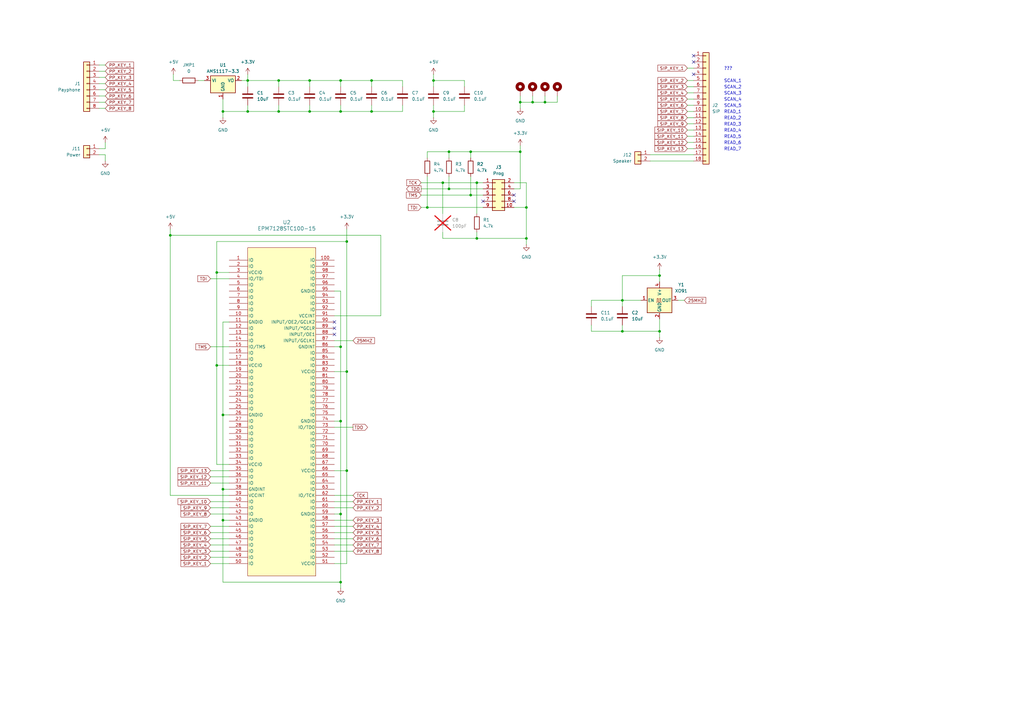
<source format=kicad_sch>
(kicad_sch (version 20250114) (generator "eeschema") (generator_version "9.0")
  (paper "A3")
  (lib_symbols
    (symbol "Connector_Generic:Conn_01x02" (pin_names (offset 1.016) (hide yes))
      (property "Reference" "J" (at 0 2.54 0))
      (property "Value" "Conn_01x02" (at 0 -5.08 0))
      (symbol "Conn_01x02_1_1"
        (rectangle (start -1.27 1.27) (end 1.27 -3.81) (stroke (width 0.254)) (fill (type background)))
        (rectangle (start -1.27 0.127) (end 0 -0.127) (stroke (width 0.1524)))
        (rectangle (start -1.27 -2.413) (end 0 -2.667) (stroke (width 0.1524)))
        (pin passive line (at -5.08 0 0) (length 3.81) (name "Pin_1") (number "1"))
        (pin passive line (at -5.08 -2.54 0) (length 3.81) (name "Pin_2") (number "2"))
      )
    )
    (symbol "Connector_Generic:Conn_01x08" (pin_names (offset 1.016) (hide yes))
      (property "Reference" "J" (at 0 10.16 0))
      (property "Value" "Conn_01x08" (at 0 -12.7 0))
      (symbol "Conn_01x08_1_1"
        (rectangle (start -1.27 8.89) (end 1.27 -11.43) (stroke (width 0.254)) (fill (type background)))
        (rectangle (start -1.27 7.747) (end 0 7.493) (stroke (width 0.1524)))
        (rectangle (start -1.27 5.207) (end 0 4.953) (stroke (width 0.1524)))
        (rectangle (start -1.27 2.667) (end 0 2.413) (stroke (width 0.1524)))
        (rectangle (start -1.27 0.127) (end 0 -0.127) (stroke (width 0.1524)))
        (rectangle (start -1.27 -2.413) (end 0 -2.667) (stroke (width 0.1524)))
        (rectangle (start -1.27 -4.953) (end 0 -5.207) (stroke (width 0.1524)))
        (rectangle (start -1.27 -7.493) (end 0 -7.747) (stroke (width 0.1524)))
        (rectangle (start -1.27 -10.033) (end 0 -10.287) (stroke (width 0.1524)))
        (pin passive line (at -5.08 7.62 0) (length 3.81) (name "Pin_1") (number "1"))
        (pin passive line (at -5.08 5.08 0) (length 3.81) (name "Pin_2") (number "2"))
        (pin passive line (at -5.08 2.54 0) (length 3.81) (name "Pin_3") (number "3"))
        (pin passive line (at -5.08 0 0) (length 3.81) (name "Pin_4") (number "4"))
        (pin passive line (at -5.08 -2.54 0) (length 3.81) (name "Pin_5") (number "5"))
        (pin passive line (at -5.08 -5.08 0) (length 3.81) (name "Pin_6") (number "6"))
        (pin passive line (at -5.08 -7.62 0) (length 3.81) (name "Pin_7") (number "7"))
        (pin passive line (at -5.08 -10.16 0) (length 3.81) (name "Pin_8") (number "8"))
      )
    )
    (symbol "Connector_Generic:Conn_01x18" (pin_names (offset 1.016) (hide yes))
      (property "Reference" "J" (at 0 22.86 0))
      (property "Value" "Conn_01x18" (at 0 -25.4 0))
      (symbol "Conn_01x18_1_1"
        (rectangle (start -1.27 21.59) (end 1.27 -24.13) (stroke (width 0.254)) (fill (type background)))
        (rectangle (start -1.27 20.447) (end 0 20.193) (stroke (width 0.1524)))
        (rectangle (start -1.27 17.907) (end 0 17.653) (stroke (width 0.1524)))
        (rectangle (start -1.27 15.367) (end 0 15.113) (stroke (width 0.1524)))
        (rectangle (start -1.27 12.827) (end 0 12.573) (stroke (width 0.1524)))
        (rectangle (start -1.27 10.287) (end 0 10.033) (stroke (width 0.1524)))
        (rectangle (start -1.27 7.747) (end 0 7.493) (stroke (width 0.1524)))
        (rectangle (start -1.27 5.207) (end 0 4.953) (stroke (width 0.1524)))
        (rectangle (start -1.27 2.667) (end 0 2.413) (stroke (width 0.1524)))
        (rectangle (start -1.27 0.127) (end 0 -0.127) (stroke (width 0.1524)))
        (rectangle (start -1.27 -2.413) (end 0 -2.667) (stroke (width 0.1524)))
        (rectangle (start -1.27 -4.953) (end 0 -5.207) (stroke (width 0.1524)))
        (rectangle (start -1.27 -7.493) (end 0 -7.747) (stroke (width 0.1524)))
        (rectangle (start -1.27 -10.033) (end 0 -10.287) (stroke (width 0.1524)))
        (rectangle (start -1.27 -12.573) (end 0 -12.827) (stroke (width 0.1524)))
        (rectangle (start -1.27 -15.113) (end 0 -15.367) (stroke (width 0.1524)))
        (rectangle (start -1.27 -17.653) (end 0 -17.907) (stroke (width 0.1524)))
        (rectangle (start -1.27 -20.193) (end 0 -20.447) (stroke (width 0.1524)))
        (rectangle (start -1.27 -22.733) (end 0 -22.987) (stroke (width 0.1524)))
        (pin passive line (at -5.08 20.32 0) (length 3.81) (name "Pin_1") (number "1"))
        (pin passive line (at -5.08 17.78 0) (length 3.81) (name "Pin_2") (number "2"))
        (pin passive line (at -5.08 15.24 0) (length 3.81) (name "Pin_3") (number "3"))
        (pin passive line (at -5.08 12.7 0) (length 3.81) (name "Pin_4") (number "4"))
        (pin passive line (at -5.08 10.16 0) (length 3.81) (name "Pin_5") (number "5"))
        (pin passive line (at -5.08 7.62 0) (length 3.81) (name "Pin_6") (number "6"))
        (pin passive line (at -5.08 5.08 0) (length 3.81) (name "Pin_7") (number "7"))
        (pin passive line (at -5.08 2.54 0) (length 3.81) (name "Pin_8") (number "8"))
        (pin passive line (at -5.08 0 0) (length 3.81) (name "Pin_9") (number "9"))
        (pin passive line (at -5.08 -2.54 0) (length 3.81) (name "Pin_10") (number "10"))
        (pin passive line (at -5.08 -5.08 0) (length 3.81) (name "Pin_11") (number "11"))
        (pin passive line (at -5.08 -7.62 0) (length 3.81) (name "Pin_12") (number "12"))
        (pin passive line (at -5.08 -10.16 0) (length 3.81) (name "Pin_13") (number "13"))
        (pin passive line (at -5.08 -12.7 0) (length 3.81) (name "Pin_14") (number "14"))
        (pin passive line (at -5.08 -15.24 0) (length 3.81) (name "Pin_15") (number "15"))
        (pin passive line (at -5.08 -17.78 0) (length 3.81) (name "Pin_16") (number "16"))
        (pin passive line (at -5.08 -20.32 0) (length 3.81) (name "Pin_17") (number "17"))
        (pin passive line (at -5.08 -22.86 0) (length 3.81) (name "Pin_18") (number "18"))
      )
    )
    (symbol "Connector_Generic:Conn_02x05_Odd_Even" (pin_names (offset 1.016) (hide yes))
      (property "Reference" "J" (at 1.27 7.62 0))
      (property "Value" "Conn_02x05_Odd_Even" (at 1.27 -7.62 0))
      (symbol "Conn_02x05_Odd_Even_1_1"
        (rectangle (start -1.27 6.35) (end 3.81 -6.35) (stroke (width 0.254)) (fill (type background)))
        (rectangle (start -1.27 5.207) (end 0 4.953) (stroke (width 0.1524)))
        (rectangle (start -1.27 2.667) (end 0 2.413) (stroke (width 0.1524)))
        (rectangle (start -1.27 0.127) (end 0 -0.127) (stroke (width 0.1524)))
        (rectangle (start -1.27 -2.413) (end 0 -2.667) (stroke (width 0.1524)))
        (rectangle (start -1.27 -4.953) (end 0 -5.207) (stroke (width 0.1524)))
        (rectangle (start 3.81 5.207) (end 2.54 4.953) (stroke (width 0.1524)))
        (rectangle (start 3.81 2.667) (end 2.54 2.413) (stroke (width 0.1524)))
        (rectangle (start 3.81 0.127) (end 2.54 -0.127) (stroke (width 0.1524)))
        (rectangle (start 3.81 -2.413) (end 2.54 -2.667) (stroke (width 0.1524)))
        (rectangle (start 3.81 -4.953) (end 2.54 -5.207) (stroke (width 0.1524)))
        (pin passive line (at -5.08 5.08 0) (length 3.81) (name "Pin_1") (number "1"))
        (pin passive line (at -5.08 2.54 0) (length 3.81) (name "Pin_3") (number "3"))
        (pin passive line (at -5.08 0 0) (length 3.81) (name "Pin_5") (number "5"))
        (pin passive line (at -5.08 -2.54 0) (length 3.81) (name "Pin_7") (number "7"))
        (pin passive line (at -5.08 -5.08 0) (length 3.81) (name "Pin_9") (number "9"))
        (pin passive line (at 7.62 5.08 180) (length 3.81) (name "Pin_2") (number "2"))
        (pin passive line (at 7.62 2.54 180) (length 3.81) (name "Pin_4") (number "4"))
        (pin passive line (at 7.62 0 180) (length 3.81) (name "Pin_6") (number "6"))
        (pin passive line (at 7.62 -2.54 180) (length 3.81) (name "Pin_8") (number "8"))
        (pin passive line (at 7.62 -5.08 180) (length 3.81) (name "Pin_10") (number "10"))
      )
    )
    (symbol "Device:C" (pin_numbers (hide yes)) (pin_names (offset 0.254))
      (property "Reference" "C" (at 0.635 2.54 0))
      (property "Value" "C" (at 0.635 -2.54 0))
      (symbol "C_0_1"
        (polyline (pts (xy -2.032 0.762) (xy 2.032 0.762)) (stroke (width 0.508)))
        (polyline (pts (xy -2.032 -0.762) (xy 2.032 -0.762)) (stroke (width 0.508)))
      )
      (symbol "C_1_1"
        (pin passive line (at 0 3.81 270) (length 2.794) (name "~") (number "1"))
        (pin passive line (at 0 -3.81 90) (length 2.794) (name "~") (number "2"))
      )
    )
    (symbol "Device:R" (pin_numbers (hide yes)) (pin_names (offset 0))
      (property "Reference" "R" (at 2.032 0 90))
      (property "Value" "R" (at 0 0 90))
      (symbol "R_0_1"
        (rectangle (start -1.016 -2.54) (end 1.016 2.54) (stroke (width 0.254)))
      )
      (symbol "R_1_1"
        (pin passive line (at 0 3.81 270) (length 1.27) (name "~") (number "1"))
        (pin passive line (at 0 -3.81 90) (length 1.27) (name "~") (number "2"))
      )
    )
    (symbol "EPM7128STC100:EPM7128STC100-15" (pin_names (offset 0.254))
      (property "Reference" "U" (at 22.098 9.906 0))
      (property "Value" "EPM7128STC100-15" (at 22.098 7.366 0))
      (symbol "EPM7128STC100-15_0_1"
        (pin tri_state line (at 0 0 0) (length 7.62) (name "IO") (number "1"))
        (pin tri_state line (at 0 -2.54 0) (length 7.62) (name "IO") (number "2"))
        (pin power_in line (at 0 -5.08 0) (length 7.62) (name "VCCIO") (number "3"))
        (pin tri_state line (at 0 -7.62 0) (length 7.62) (name "IO/TDI") (number "4"))
        (pin tri_state line (at 0 -10.16 0) (length 7.62) (name "IO") (number "5"))
        (pin tri_state line (at 0 -12.7 0) (length 7.62) (name "IO") (number "6"))
        (pin tri_state line (at 0 -15.24 0) (length 7.62) (name "IO") (number "7"))
        (pin tri_state line (at 0 -17.78 0) (length 7.62) (name "IO") (number "8"))
        (pin tri_state line (at 0 -20.32 0) (length 7.62) (name "IO") (number "9"))
        (pin tri_state line (at 0 -22.86 0) (length 7.62) (name "IO") (number "10"))
        (pin power_in line (at 0 -25.4 0) (length 7.62) (name "GNDIO") (number "11"))
        (pin tri_state line (at 0 -27.94 0) (length 7.62) (name "IO") (number "12"))
        (pin tri_state line (at 0 -30.48 0) (length 7.62) (name "IO") (number "13"))
        (pin tri_state line (at 0 -33.02 0) (length 7.62) (name "IO") (number "14"))
        (pin tri_state line (at 0 -35.56 0) (length 7.62) (name "IO/TMS") (number "15"))
        (pin tri_state line (at 0 -38.1 0) (length 7.62) (name "IO") (number "16"))
        (pin tri_state line (at 0 -40.64 0) (length 7.62) (name "IO") (number "17"))
        (pin power_in line (at 0 -43.18 0) (length 7.62) (name "VCCIO") (number "18"))
        (pin tri_state line (at 0 -45.72 0) (length 7.62) (name "IO") (number "19"))
        (pin tri_state line (at 0 -48.26 0) (length 7.62) (name "IO") (number "20"))
        (pin tri_state line (at 0 -50.8 0) (length 7.62) (name "IO") (number "21"))
        (pin tri_state line (at 0 -53.34 0) (length 7.62) (name "IO") (number "22"))
        (pin tri_state line (at 0 -55.88 0) (length 7.62) (name "IO") (number "23"))
        (pin tri_state line (at 0 -58.42 0) (length 7.62) (name "IO") (number "24"))
        (pin tri_state line (at 0 -60.96 0) (length 7.62) (name "IO") (number "25"))
        (pin power_in line (at 0 -63.5 0) (length 7.62) (name "GNDIO") (number "26"))
        (pin tri_state line (at 0 -66.04 0) (length 7.62) (name "IO") (number "27"))
        (pin tri_state line (at 0 -68.58 0) (length 7.62) (name "IO") (number "28"))
        (pin tri_state line (at 0 -71.12 0) (length 7.62) (name "IO") (number "29"))
        (pin tri_state line (at 0 -73.66 0) (length 7.62) (name "IO") (number "30"))
        (pin tri_state line (at 0 -76.2 0) (length 7.62) (name "IO") (number "31"))
        (pin tri_state line (at 0 -78.74 0) (length 7.62) (name "IO") (number "32"))
        (pin tri_state line (at 0 -81.28 0) (length 7.62) (name "IO") (number "33"))
        (pin power_in line (at 0 -83.82 0) (length 7.62) (name "VCCIO") (number "34"))
        (pin tri_state line (at 0 -86.36 0) (length 7.62) (name "IO") (number "35"))
        (pin tri_state line (at 0 -88.9 0) (length 7.62) (name "IO") (number "36"))
        (pin tri_state line (at 0 -91.44 0) (length 7.62) (name "IO") (number "37"))
        (pin power_in line (at 0 -93.98 0) (length 7.62) (name "GNDINT") (number "38"))
        (pin power_in line (at 0 -96.52 0) (length 7.62) (name "VCCINT") (number "39"))
        (pin tri_state line (at 0 -99.06 0) (length 7.62) (name "IO") (number "40"))
        (pin tri_state line (at 0 -101.6 0) (length 7.62) (name "IO") (number "41"))
        (pin tri_state line (at 0 -104.14 0) (length 7.62) (name "IO") (number "42"))
        (pin power_in line (at 0 -106.68 0) (length 7.62) (name "GNDIO") (number "43"))
        (pin tri_state line (at 0 -109.22 0) (length 7.62) (name "IO") (number "44"))
        (pin tri_state line (at 0 -111.76 0) (length 7.62) (name "IO") (number "45"))
        (pin tri_state line (at 0 -114.3 0) (length 7.62) (name "IO") (number "46"))
        (pin tri_state line (at 0 -116.84 0) (length 7.62) (name "IO") (number "47"))
        (pin tri_state line (at 0 -119.38 0) (length 7.62) (name "IO") (number "48"))
        (pin tri_state line (at 0 -121.92 0) (length 7.62) (name "IO") (number "49"))
        (pin tri_state line (at 0 -124.46 0) (length 7.62) (name "IO") (number "50"))
        (pin tri_state line (at 43.18 0 180) (length 7.62) (name "IO") (number "100"))
        (pin tri_state line (at 43.18 -2.54 180) (length 7.62) (name "IO") (number "99"))
        (pin tri_state line (at 43.18 -5.08 180) (length 7.62) (name "IO") (number "98"))
        (pin tri_state line (at 43.18 -7.62 180) (length 7.62) (name "IO") (number "97"))
        (pin tri_state line (at 43.18 -10.16 180) (length 7.62) (name "IO") (number "96"))
        (pin power_in line (at 43.18 -12.7 180) (length 7.62) (name "GNDIO") (number "95"))
        (pin tri_state line (at 43.18 -15.24 180) (length 7.62) (name "IO") (number "94"))
        (pin tri_state line (at 43.18 -17.78 180) (length 7.62) (name "IO") (number "93"))
        (pin tri_state line (at 43.18 -20.32 180) (length 7.62) (name "IO") (number "92"))
        (pin power_in line (at 43.18 -22.86 180) (length 7.62) (name "VCCINT") (number "91"))
        (pin input line (at 43.18 -25.4 180) (length 7.62) (name "INPUT/OE2/GCLK2") (number "90"))
        (pin input line (at 43.18 -27.94 180) (length 7.62) (name "INPUT/*GCLR") (number "89"))
        (pin input line (at 43.18 -30.48 180) (length 7.62) (name "INPUT/OE1") (number "88"))
        (pin input line (at 43.18 -33.02 180) (length 7.62) (name "INPUT/GCLK1") (number "87"))
        (pin power_in line (at 43.18 -35.56 180) (length 7.62) (name "GNDINT") (number "86"))
        (pin tri_state line (at 43.18 -38.1 180) (length 7.62) (name "IO") (number "85"))
        (pin tri_state line (at 43.18 -40.64 180) (length 7.62) (name "IO") (number "84"))
        (pin tri_state line (at 43.18 -43.18 180) (length 7.62) (name "IO") (number "83"))
        (pin power_in line (at 43.18 -45.72 180) (length 7.62) (name "VCCIO") (number "82"))
        (pin tri_state line (at 43.18 -48.26 180) (length 7.62) (name "IO") (number "81"))
        (pin tri_state line (at 43.18 -50.8 180) (length 7.62) (name "IO") (number "80"))
        (pin tri_state line (at 43.18 -53.34 180) (length 7.62) (name "IO") (number "79"))
        (pin tri_state line (at 43.18 -55.88 180) (length 7.62) (name "IO") (number "78"))
        (pin tri_state line (at 43.18 -58.42 180) (length 7.62) (name "IO") (number "77"))
        (pin tri_state line (at 43.18 -60.96 180) (length 7.62) (name "IO") (number "76"))
        (pin tri_state line (at 43.18 -63.5 180) (length 7.62) (name "IO") (number "75"))
        (pin power_in line (at 43.18 -66.04 180) (length 7.62) (name "GNDIO") (number "74"))
        (pin tri_state line (at 43.18 -68.58 180) (length 7.62) (name "IO/TDO") (number "73"))
        (pin tri_state line (at 43.18 -71.12 180) (length 7.62) (name "IO") (number "72"))
        (pin tri_state line (at 43.18 -73.66 180) (length 7.62) (name "IO") (number "71"))
        (pin tri_state line (at 43.18 -76.2 180) (length 7.62) (name "IO") (number "70"))
        (pin tri_state line (at 43.18 -78.74 180) (length 7.62) (name "IO") (number "69"))
        (pin tri_state line (at 43.18 -81.28 180) (length 7.62) (name "IO") (number "68"))
        (pin tri_state line (at 43.18 -83.82 180) (length 7.62) (name "IO") (number "67"))
        (pin power_in line (at 43.18 -86.36 180) (length 7.62) (name "VCCIO") (number "66"))
        (pin tri_state line (at 43.18 -88.9 180) (length 7.62) (name "IO") (number "65"))
        (pin tri_state line (at 43.18 -91.44 180) (length 7.62) (name "IO") (number "64"))
        (pin tri_state line (at 43.18 -93.98 180) (length 7.62) (name "IO") (number "63"))
        (pin tri_state line (at 43.18 -96.52 180) (length 7.62) (name "IO/TCK") (number "62"))
        (pin tri_state line (at 43.18 -99.06 180) (length 7.62) (name "IO") (number "61"))
        (pin tri_state line (at 43.18 -101.6 180) (length 7.62) (name "IO") (number "60"))
        (pin power_in line (at 43.18 -104.14 180) (length 7.62) (name "GNDIO") (number "59"))
        (pin tri_state line (at 43.18 -106.68 180) (length 7.62) (name "IO") (number "58"))
        (pin tri_state line (at 43.18 -109.22 180) (length 7.62) (name "IO") (number "57"))
        (pin tri_state line (at 43.18 -111.76 180) (length 7.62) (name "IO") (number "56"))
        (pin tri_state line (at 43.18 -114.3 180) (length 7.62) (name "IO") (number "55"))
        (pin tri_state line (at 43.18 -116.84 180) (length 7.62) (name "IO") (number "54"))
        (pin tri_state line (at 43.18 -119.38 180) (length 7.62) (name "IO") (number "53"))
        (pin tri_state line (at 43.18 -121.92 180) (length 7.62) (name "IO") (number "52"))
        (pin power_in line (at 43.18 -124.46 180) (length 7.62) (name "VCCIO") (number "51"))
      )
      (symbol "EPM7128STC100-15_1_1"
        (rectangle (start 7.62 5.08) (end 35.56 -129.54) (fill (type background)))
      )
    )
    (symbol "Mechanical:MountingHole_Pad" (pin_numbers (hide yes)) (pin_names (offset 1.016) (hide yes)) (exclude_from_sim yes) (in_bom no)
      (property "Reference" "H" (at 0 6.35 0))
      (property "Value" "MountingHole_Pad" (at 0 4.445 0))
      (symbol "MountingHole_Pad_0_1"
        (circle (center 0 1.27) (radius 1.27) (stroke (width 1.27)))
      )
      (symbol "MountingHole_Pad_1_1"
        (pin input line (at 0 -2.54 90) (length 2.54) (name "1") (number "1"))
      )
    )
    (symbol "Oscillator:XO91" (pin_names (offset 0.254))
      (property "Reference" "Y" (at -5.08 6.35 0))
      (property "Value" "XO91" (at 1.27 -6.35 0))
      (symbol "XO91_0_1"
        (rectangle (start -5.08 5.08) (end 5.08 -5.08) (stroke (width 0.254)) (fill (type background)))
        (polyline (pts (xy 0.762 -0.762) (xy 0.508 -0.762) (xy 0.508 0.762) (xy 0 0.762) (xy 0 -0.762) (xy -0.508 -0.762) (xy -0.508 0.762) (xy -1.016 0.762) (xy -1.016 -0.762) (xy -1.27 -0.762)))
      )
      (symbol "XO91_1_1"
        (pin input line (at -7.62 0 0) (length 2.54) (name "EN") (number "1"))
        (pin power_in line (at 0 7.62 270) (length 2.54) (name "V+") (number "4"))
        (pin power_in line (at 0 -7.62 90) (length 2.54) (name "GND") (number "2"))
        (pin output line (at 7.62 0 180) (length 2.54) (name "OUT") (number "3"))
      )
    )
    (symbol "Regulator_Linear:AMS1117-3.3"
      (property "Reference" "U" (at -3.81 3.175 0))
      (property "Value" "AMS1117-3.3" (at 0 3.175 0))
      (symbol "AMS1117-3.3_0_1"
        (rectangle (start -5.08 -5.08) (end 5.08 1.905) (stroke (width 0.254)) (fill (type background)))
      )
      (symbol "AMS1117-3.3_1_1"
        (pin power_in line (at -7.62 0 0) (length 2.54) (name "VI") (number "3"))
        (pin power_in line (at 0 -7.62 90) (length 2.54) (name "GND") (number "1"))
        (pin power_out line (at 7.62 0 180) (length 2.54) (name "VO") (number "2"))
      )
    )
    (symbol "power:+3.3V" (power) (pin_numbers (hide yes)) (pin_names (offset 0) (hide yes))
      (property "Value" "+3.3V" (at 0 3.556 0))
      (symbol "+3.3V_0_1"
        (polyline (pts (xy -0.762 1.27) (xy 0 2.54)))
        (polyline (pts (xy 0 2.54) (xy 0.762 1.27)))
        (polyline (pts (xy 0 0) (xy 0 2.54)))
      )
      (symbol "+3.3V_1_1"
        (pin power_in line (at 0 0 90) (length 0) (name "~") (number "1"))
      )
    )
    (symbol "power:+5V" (power) (pin_numbers (hide yes)) (pin_names (offset 0) (hide yes))
      (property "Value" "+5V" (at 0 3.556 0))
      (symbol "+5V_0_1"
        (polyline (pts (xy -0.762 1.27) (xy 0 2.54)))
        (polyline (pts (xy 0 2.54) (xy 0.762 1.27)))
        (polyline (pts (xy 0 0) (xy 0 2.54)))
      )
      (symbol "+5V_1_1"
        (pin power_in line (at 0 0 90) (length 0) (name "~") (number "1"))
      )
    )
    (symbol "power:GND" (power) (pin_numbers (hide yes)) (pin_names (offset 0) (hide yes))
      (property "Value" "GND" (at 0 -3.81 0))
      (symbol "GND_0_1"
        (polyline (pts (xy 0 0) (xy 0 -1.27) (xy 1.27 -1.27) (xy 0 -2.54) (xy -1.27 -1.27) (xy 0 -1.27)))
      )
      (symbol "GND_1_1"
        (pin power_in line (at 0 0 270) (length 0) (name "~") (number "1"))
      )
    )
  )
  (text "SCAN_2" (at 296.926 35.814 0) (effects (font (size 1.27 1.27)) (justify left)))
  (text "SCAN_3" (at 296.926 38.354 0) (effects (font (size 1.27 1.27)) (justify left)))
  (text "READ_2" (at 296.926 48.514 0) (effects (font (size 1.27 1.27)) (justify left)))
  (text "READ_3" (at 296.926 51.054 0) (effects (font (size 1.27 1.27)) (justify left)))
  (text "READ_6" (at 296.926 58.674 0) (effects (font (size 1.27 1.27)) (justify left)))
  (text "SCAN_4" (at 296.926 40.894 0) (effects (font (size 1.27 1.27)) (justify left)))
  (text "READ_5" (at 296.926 56.134 0) (effects (font (size 1.27 1.27)) (justify left)))
  (text "SCAN_1" (at 296.926 33.274 0) (effects (font (size 1.27 1.27)) (justify left)))
  (text "READ_4" (at 296.926 53.594 0) (effects (font (size 1.27 1.27)) (justify left)))
  (text "SCAN_5" (at 296.926 43.434 0) (effects (font (size 1.27 1.27)) (justify left)))
  (text "READ_7" (at 296.926 61.214 0) (effects (font (size 1.27 1.27)) (justify left)))
  (text "READ_1" (at 296.926 45.974 0) (effects (font (size 1.27 1.27)) (justify left)))
  (text "???" (at 296.926 28.194 0) (effects (font (size 1.27 1.27)) (justify left)))
  (junction (at 69.85 96.52))
  (junction (at 270.51 135.89))
  (junction (at 91.44 200.66))
  (junction (at 139.7 238.76))
  (junction (at 152.4 33.02))
  (junction (at 195.58 74.93))
  (junction (at 127 45.72))
  (junction (at 139.7 33.02))
  (junction (at 139.7 142.24))
  (junction (at 177.8 45.72))
  (junction (at 101.6 45.72))
  (junction (at 114.3 45.72))
  (junction (at 101.6 33.02))
  (junction (at 181.61 74.93))
  (junction (at 139.7 45.72))
  (junction (at 218.44 41.91))
  (junction (at 184.15 77.47))
  (junction (at 88.9 149.86))
  (junction (at 215.9 85.09))
  (junction (at 193.04 62.23))
  (junction (at 88.9 111.76))
  (junction (at 255.27 123.19))
  (junction (at 127 33.02))
  (junction (at 177.8 33.02))
  (junction (at 91.44 170.18))
  (junction (at 193.04 80.01))
  (junction (at 184.15 62.23))
  (junction (at 91.44 45.72))
  (junction (at 142.24 99.06))
  (junction (at 114.3 33.02))
  (junction (at 139.7 210.82))
  (junction (at 223.52 41.91))
  (junction (at 142.24 152.4))
  (junction (at 270.51 113.03))
  (junction (at 139.7 172.72))
  (junction (at 213.36 41.91))
  (junction (at 213.36 62.23))
  (junction (at 142.24 193.04))
  (junction (at 195.58 97.79))
  (junction (at 255.27 135.89))
  (junction (at 152.4 45.72))
  (junction (at 215.9 97.79))
  (junction (at 175.26 85.09))
  (junction (at 91.44 213.36))
  (no_connect (at 137.16 137.16))
  (no_connect (at 198.12 82.55))
  (no_connect (at 284.48 22.86))
  (no_connect (at 210.82 82.55))
  (no_connect (at 137.16 134.62))
  (no_connect (at 284.48 25.4))
  (no_connect (at 210.82 80.01))
  (no_connect (at 137.16 132.08))
  (no_connect (at 284.48 30.48))
  (wire (pts (xy 86.36 193.04) (xy 93.98 193.04)))
  (wire (pts (xy 213.36 59.69) (xy 213.36 62.23)))
  (wire (pts (xy 193.04 80.01) (xy 198.12 80.01)))
  (wire (pts (xy 88.9 111.76) (xy 93.98 111.76)))
  (wire (pts (xy 91.44 213.36) (xy 91.44 238.76)))
  (wire (pts (xy 172.72 74.93) (xy 181.61 74.93)))
  (wire (pts (xy 175.26 62.23) (xy 175.26 64.77)))
  (wire (pts (xy 172.72 77.47) (xy 184.15 77.47)))
  (wire (pts (xy 137.16 152.4) (xy 142.24 152.4)))
  (wire (pts (xy 101.6 35.56) (xy 101.6 33.02)))
  (wire (pts (xy 213.36 41.91) (xy 213.36 39.37)))
  (wire (pts (xy 137.16 220.98) (xy 144.78 220.98)))
  (wire (pts (xy 127 33.02) (xy 127 35.56)))
  (wire (pts (xy 172.72 80.01) (xy 193.04 80.01)))
  (wire (pts (xy 139.7 210.82) (xy 139.7 238.76)))
  (wire (pts (xy 195.58 95.25) (xy 195.58 97.79)))
  (wire (pts (xy 281.94 33.02) (xy 284.48 33.02)))
  (wire (pts (xy 266.7 66.04) (xy 284.48 66.04)))
  (wire (pts (xy 101.6 33.02) (xy 114.3 33.02)))
  (wire (pts (xy 255.27 123.19) (xy 255.27 125.73)))
  (wire (pts (xy 156.21 129.54) (xy 137.16 129.54)))
  (wire (pts (xy 152.4 45.72) (xy 139.7 45.72)))
  (wire (pts (xy 190.5 33.02) (xy 190.5 35.56)))
  (wire (pts (xy 139.7 45.72) (xy 139.7 43.18)))
  (wire (pts (xy 86.36 142.24) (xy 93.98 142.24)))
  (wire (pts (xy 281.94 45.72) (xy 284.48 45.72)))
  (wire (pts (xy 91.44 238.76) (xy 139.7 238.76)))
  (wire (pts (xy 114.3 45.72) (xy 114.3 43.18)))
  (wire (pts (xy 184.15 62.23) (xy 184.15 64.77)))
  (wire (pts (xy 40.64 34.29) (xy 43.18 34.29)))
  (wire (pts (xy 165.1 33.02) (xy 165.1 35.56)))
  (wire (pts (xy 281.94 55.88) (xy 284.48 55.88)))
  (wire (pts (xy 137.16 172.72) (xy 139.7 172.72)))
  (wire (pts (xy 43.18 63.5) (xy 43.18 66.04)))
  (wire (pts (xy 193.04 62.23) (xy 213.36 62.23)))
  (wire (pts (xy 181.61 95.25) (xy 181.61 97.79)))
  (wire (pts (xy 142.24 93.98) (xy 142.24 99.06)))
  (wire (pts (xy 142.24 193.04) (xy 137.16 193.04)))
  (wire (pts (xy 210.82 74.93) (xy 215.9 74.93)))
  (wire (pts (xy 255.27 135.89) (xy 270.51 135.89)))
  (wire (pts (xy 215.9 97.79) (xy 215.9 100.33)))
  (wire (pts (xy 40.64 39.37) (xy 43.18 39.37)))
  (wire (pts (xy 262.89 123.19) (xy 255.27 123.19)))
  (wire (pts (xy 281.94 38.1) (xy 284.48 38.1)))
  (wire (pts (xy 69.85 93.98) (xy 69.85 96.52)))
  (wire (pts (xy 177.8 30.48) (xy 177.8 33.02)))
  (wire (pts (xy 40.64 36.83) (xy 43.18 36.83)))
  (wire (pts (xy 139.7 238.76) (xy 139.7 241.3)))
  (wire (pts (xy 101.6 30.48) (xy 101.6 33.02)))
  (wire (pts (xy 137.16 119.38) (xy 139.7 119.38)))
  (wire (pts (xy 242.57 135.89) (xy 242.57 133.35)))
  (wire (pts (xy 137.16 231.14) (xy 142.24 231.14)))
  (wire (pts (xy 181.61 74.93) (xy 181.61 87.63)))
  (wire (pts (xy 86.36 220.98) (xy 93.98 220.98)))
  (wire (pts (xy 139.7 172.72) (xy 139.7 210.82)))
  (wire (pts (xy 270.51 135.89) (xy 270.51 138.43)))
  (wire (pts (xy 69.85 203.2) (xy 69.85 96.52)))
  (wire (pts (xy 137.16 208.28) (xy 144.78 208.28)))
  (wire (pts (xy 69.85 96.52) (xy 156.21 96.52)))
  (wire (pts (xy 165.1 45.72) (xy 165.1 43.18)))
  (wire (pts (xy 139.7 142.24) (xy 139.7 172.72)))
  (wire (pts (xy 91.44 200.66) (xy 93.98 200.66)))
  (wire (pts (xy 215.9 85.09) (xy 210.82 85.09)))
  (wire (pts (xy 181.61 74.93) (xy 195.58 74.93)))
  (wire (pts (xy 281.94 58.42) (xy 284.48 58.42)))
  (wire (pts (xy 152.4 45.72) (xy 152.4 43.18)))
  (wire (pts (xy 184.15 62.23) (xy 175.26 62.23)))
  (wire (pts (xy 137.16 139.7) (xy 144.78 139.7)))
  (wire (pts (xy 86.36 226.06) (xy 93.98 226.06)))
  (wire (pts (xy 91.44 40.64) (xy 91.44 45.72)))
  (wire (pts (xy 195.58 74.93) (xy 195.58 87.63)))
  (wire (pts (xy 139.7 45.72) (xy 127 45.72)))
  (wire (pts (xy 40.64 29.21) (xy 43.18 29.21)))
  (wire (pts (xy 223.52 39.37) (xy 223.52 41.91)))
  (wire (pts (xy 40.64 26.67) (xy 43.18 26.67)))
  (wire (pts (xy 101.6 43.18) (xy 101.6 45.72)))
  (wire (pts (xy 88.9 190.5) (xy 93.98 190.5)))
  (wire (pts (xy 114.3 35.56) (xy 114.3 33.02)))
  (wire (pts (xy 137.16 175.26) (xy 144.78 175.26)))
  (wire (pts (xy 101.6 33.02) (xy 99.06 33.02)))
  (wire (pts (xy 172.72 85.09) (xy 175.26 85.09)))
  (wire (pts (xy 142.24 99.06) (xy 142.24 152.4)))
  (wire (pts (xy 193.04 62.23) (xy 184.15 62.23)))
  (wire (pts (xy 93.98 132.08) (xy 91.44 132.08)))
  (wire (pts (xy 281.94 60.96) (xy 284.48 60.96)))
  (wire (pts (xy 137.16 218.44) (xy 144.78 218.44)))
  (wire (pts (xy 181.61 97.79) (xy 195.58 97.79)))
  (wire (pts (xy 127 45.72) (xy 114.3 45.72)))
  (wire (pts (xy 40.64 44.45) (xy 43.18 44.45)))
  (wire (pts (xy 242.57 125.73) (xy 242.57 123.19)))
  (wire (pts (xy 127 45.72) (xy 127 43.18)))
  (wire (pts (xy 213.36 62.23) (xy 213.36 77.47)))
  (wire (pts (xy 218.44 39.37) (xy 218.44 41.91)))
  (wire (pts (xy 215.9 85.09) (xy 215.9 97.79)))
  (wire (pts (xy 40.64 41.91) (xy 43.18 41.91)))
  (wire (pts (xy 142.24 231.14) (xy 142.24 193.04)))
  (wire (pts (xy 242.57 123.19) (xy 255.27 123.19)))
  (wire (pts (xy 139.7 33.02) (xy 152.4 33.02)))
  (wire (pts (xy 228.6 41.91) (xy 223.52 41.91)))
  (wire (pts (xy 190.5 43.18) (xy 190.5 45.72)))
  (wire (pts (xy 73.66 33.02) (xy 71.12 33.02)))
  (wire (pts (xy 114.3 33.02) (xy 127 33.02)))
  (wire (pts (xy 91.44 213.36) (xy 93.98 213.36)))
  (wire (pts (xy 101.6 45.72) (xy 91.44 45.72)))
  (wire (pts (xy 86.36 218.44) (xy 93.98 218.44)))
  (wire (pts (xy 270.51 113.03) (xy 270.51 115.57)))
  (wire (pts (xy 213.36 41.91) (xy 213.36 44.45)))
  (wire (pts (xy 281.94 27.94) (xy 284.48 27.94)))
  (wire (pts (xy 91.44 170.18) (xy 93.98 170.18)))
  (wire (pts (xy 177.8 45.72) (xy 177.8 48.26)))
  (wire (pts (xy 88.9 149.86) (xy 93.98 149.86)))
  (wire (pts (xy 40.64 63.5) (xy 43.18 63.5)))
  (wire (pts (xy 270.51 135.89) (xy 270.51 130.81)))
  (wire (pts (xy 91.44 45.72) (xy 91.44 48.26)))
  (wire (pts (xy 175.26 72.39) (xy 175.26 85.09)))
  (wire (pts (xy 88.9 99.06) (xy 142.24 99.06)))
  (wire (pts (xy 83.82 33.02) (xy 81.28 33.02)))
  (wire (pts (xy 195.58 97.79) (xy 215.9 97.79)))
  (wire (pts (xy 86.36 228.6) (xy 93.98 228.6)))
  (wire (pts (xy 193.04 72.39) (xy 193.04 80.01)))
  (wire (pts (xy 137.16 205.74) (xy 144.78 205.74)))
  (wire (pts (xy 195.58 74.93) (xy 198.12 74.93)))
  (wire (pts (xy 177.8 45.72) (xy 177.8 43.18)))
  (wire (pts (xy 86.36 231.14) (xy 93.98 231.14)))
  (wire (pts (xy 40.64 60.96) (xy 43.18 60.96)))
  (wire (pts (xy 93.98 203.2) (xy 69.85 203.2)))
  (wire (pts (xy 137.16 223.52) (xy 144.78 223.52)))
  (wire (pts (xy 228.6 39.37) (xy 228.6 41.91)))
  (wire (pts (xy 86.36 198.12) (xy 93.98 198.12)))
  (wire (pts (xy 152.4 33.02) (xy 165.1 33.02)))
  (wire (pts (xy 86.36 208.28) (xy 93.98 208.28)))
  (wire (pts (xy 255.27 123.19) (xy 255.27 113.03)))
  (wire (pts (xy 91.44 200.66) (xy 91.44 213.36)))
  (wire (pts (xy 71.12 30.48) (xy 71.12 33.02)))
  (wire (pts (xy 177.8 33.02) (xy 177.8 35.56)))
  (wire (pts (xy 281.94 43.18) (xy 284.48 43.18)))
  (wire (pts (xy 215.9 74.93) (xy 215.9 85.09)))
  (wire (pts (xy 175.26 85.09) (xy 198.12 85.09)))
  (wire (pts (xy 137.16 203.2) (xy 144.78 203.2)))
  (wire (pts (xy 101.6 45.72) (xy 114.3 45.72)))
  (wire (pts (xy 91.44 132.08) (xy 91.44 170.18)))
  (wire (pts (xy 137.16 226.06) (xy 144.78 226.06)))
  (wire (pts (xy 137.16 213.36) (xy 144.78 213.36)))
  (wire (pts (xy 281.94 48.26) (xy 284.48 48.26)))
  (wire (pts (xy 139.7 33.02) (xy 139.7 35.56)))
  (wire (pts (xy 86.36 210.82) (xy 93.98 210.82)))
  (wire (pts (xy 193.04 64.77) (xy 193.04 62.23)))
  (wire (pts (xy 270.51 110.49) (xy 270.51 113.03)))
  (wire (pts (xy 86.36 223.52) (xy 93.98 223.52)))
  (wire (pts (xy 86.36 215.9) (xy 93.98 215.9)))
  (wire (pts (xy 218.44 41.91) (xy 213.36 41.91)))
  (wire (pts (xy 281.94 50.8) (xy 284.48 50.8)))
  (wire (pts (xy 137.16 215.9) (xy 144.78 215.9)))
  (wire (pts (xy 165.1 45.72) (xy 152.4 45.72)))
  (wire (pts (xy 184.15 72.39) (xy 184.15 77.47)))
  (wire (pts (xy 210.82 77.47) (xy 213.36 77.47)))
  (wire (pts (xy 137.16 142.24) (xy 139.7 142.24)))
  (wire (pts (xy 139.7 119.38) (xy 139.7 142.24)))
  (wire (pts (xy 223.52 41.91) (xy 218.44 41.91)))
  (wire (pts (xy 137.16 210.82) (xy 139.7 210.82)))
  (wire (pts (xy 88.9 190.5) (xy 88.9 149.86)))
  (wire (pts (xy 91.44 170.18) (xy 91.44 200.66)))
  (wire (pts (xy 281.94 53.34) (xy 284.48 53.34)))
  (wire (pts (xy 40.64 31.75) (xy 43.18 31.75)))
  (wire (pts (xy 142.24 152.4) (xy 142.24 193.04)))
  (wire (pts (xy 255.27 133.35) (xy 255.27 135.89)))
  (wire (pts (xy 190.5 45.72) (xy 177.8 45.72)))
  (wire (pts (xy 152.4 33.02) (xy 152.4 35.56)))
  (wire (pts (xy 266.7 63.5) (xy 284.48 63.5)))
  (wire (pts (xy 86.36 195.58) (xy 93.98 195.58)))
  (wire (pts (xy 184.15 77.47) (xy 198.12 77.47)))
  (wire (pts (xy 278.13 123.19) (xy 280.67 123.19)))
  (wire (pts (xy 281.94 35.56) (xy 284.48 35.56)))
  (wire (pts (xy 86.36 205.74) (xy 93.98 205.74)))
  (wire (pts (xy 255.27 113.03) (xy 270.51 113.03)))
  (wire (pts (xy 281.94 40.64) (xy 284.48 40.64)))
  (wire (pts (xy 43.18 58.42) (xy 43.18 60.96)))
  (wire (pts (xy 86.36 114.3) (xy 93.98 114.3)))
  (wire (pts (xy 88.9 99.06) (xy 88.9 111.76)))
  (wire (pts (xy 88.9 149.86) (xy 88.9 111.76)))
  (wire (pts (xy 177.8 33.02) (xy 190.5 33.02)))
  (wire (pts (xy 127 33.02) (xy 139.7 33.02)))
  (wire (pts (xy 156.21 96.52) (xy 156.21 129.54)))
  (wire (pts (xy 255.27 135.89) (xy 242.57 135.89)))
  (global_label "SIP_KEY_9" (shape input) (at 86.36 208.28 180) (property "Intersheetrefs" "${INTERSHEET_REFS}" (effects (hide yes))))
  (global_label "SIP_KEY_13" (shape input) (at 86.36 193.04 180) (property "Intersheetrefs" "${INTERSHEET_REFS}" (effects (hide yes))))
  (global_label "TMS" (shape input) (at 172.72 80.01 180) (property "Intersheetrefs" "${INTERSHEET_REFS}" (effects (hide yes))))
  (global_label "SIP_KEY_8" (shape input) (at 281.94 48.26 180) (property "Intersheetrefs" "${INTERSHEET_REFS}" (effects (hide yes))))
  (global_label "SIP_KEY_6" (shape input) (at 86.36 218.44 180) (property "Intersheetrefs" "${INTERSHEET_REFS}" (effects (hide yes))))
  (global_label "PP_KEY_3" (shape input) (at 43.18 31.75 0) (property "Intersheetrefs" "${INTERSHEET_REFS}" (effects (hide yes))))
  (global_label "PP_KEY_8" (shape input) (at 144.78 226.06 0) (property "Intersheetrefs" "${INTERSHEET_REFS}" (effects (hide yes))))
  (global_label "PP_KEY_7" (shape input) (at 144.78 223.52 0) (property "Intersheetrefs" "${INTERSHEET_REFS}" (effects (hide yes))))
  (global_label "SIP_KEY_9" (shape input) (at 281.94 50.8 180) (property "Intersheetrefs" "${INTERSHEET_REFS}" (effects (hide yes))))
  (global_label "SIP_KEY_10" (shape input) (at 281.94 53.34 180) (property "Intersheetrefs" "${INTERSHEET_REFS}" (effects (hide yes))))
  (global_label "SIP_KEY_3" (shape input) (at 281.94 35.56 180) (property "Intersheetrefs" "${INTERSHEET_REFS}" (effects (hide yes))))
  (global_label "SIP_KEY_1" (shape input) (at 281.94 27.94 180) (property "Intersheetrefs" "${INTERSHEET_REFS}" (effects (hide yes))))
  (global_label "PP_KEY_5" (shape input) (at 144.78 218.44 0) (property "Intersheetrefs" "${INTERSHEET_REFS}" (effects (hide yes))))
  (global_label "PP_KEY_6" (shape input) (at 144.78 220.98 0) (property "Intersheetrefs" "${INTERSHEET_REFS}" (effects (hide yes))))
  (global_label "SIP_KEY_7" (shape input) (at 86.36 215.9 180) (property "Intersheetrefs" "${INTERSHEET_REFS}" (effects (hide yes))))
  (global_label "SIP_KEY_10" (shape input) (at 86.36 205.74 180) (property "Intersheetrefs" "${INTERSHEET_REFS}" (effects (hide yes))))
  (global_label "PP_KEY_6" (shape input) (at 43.18 39.37 0) (property "Intersheetrefs" "${INTERSHEET_REFS}" (effects (hide yes))))
  (global_label "TDI" (shape input) (at 86.36 114.3 180) (property "Intersheetrefs" "${INTERSHEET_REFS}" (effects (hide yes))))
  (global_label "PP_KEY_4" (shape input) (at 144.78 215.9 0) (property "Intersheetrefs" "${INTERSHEET_REFS}" (effects (hide yes))))
  (global_label "SIP_KEY_11" (shape input) (at 281.94 55.88 180) (property "Intersheetrefs" "${INTERSHEET_REFS}" (effects (hide yes))))
  (global_label "SIP_KEY_7" (shape input) (at 281.94 45.72 180) (property "Intersheetrefs" "${INTERSHEET_REFS}" (effects (hide yes))))
  (global_label "PP_KEY_2" (shape input) (at 144.78 208.28 0) (property "Intersheetrefs" "${INTERSHEET_REFS}" (effects (hide yes))))
  (global_label "SIP_KEY_3" (shape input) (at 86.36 226.06 180) (property "Intersheetrefs" "${INTERSHEET_REFS}" (effects (hide yes))))
  (global_label "PP_KEY_8" (shape input) (at 43.18 44.45 0) (property "Intersheetrefs" "${INTERSHEET_REFS}" (effects (hide yes))))
  (global_label "PP_KEY_2" (shape input) (at 43.18 29.21 0) (property "Intersheetrefs" "${INTERSHEET_REFS}" (effects (hide yes))))
  (global_label "PP_KEY_5" (shape input) (at 43.18 36.83 0) (property "Intersheetrefs" "${INTERSHEET_REFS}" (effects (hide yes))))
  (global_label "SIP_KEY_12" (shape input) (at 281.94 58.42 180) (property "Intersheetrefs" "${INTERSHEET_REFS}" (effects (hide yes))))
  (global_label "SIP_KEY_13" (shape input) (at 281.94 60.96 180) (property "Intersheetrefs" "${INTERSHEET_REFS}" (effects (hide yes))))
  (global_label "SIP_KEY_2" (shape input) (at 86.36 228.6 180) (property "Intersheetrefs" "${INTERSHEET_REFS}" (effects (hide yes))))
  (global_label "TCK" (shape input) (at 172.72 74.93 180) (property "Intersheetrefs" "${INTERSHEET_REFS}" (effects (hide yes))))
  (global_label "TDO" (shape output) (at 144.78 175.26 0) (property "Intersheetrefs" "${INTERSHEET_REFS}" (effects (hide yes))))
  (global_label "TCK" (shape input) (at 144.78 203.2 0) (property "Intersheetrefs" "${INTERSHEET_REFS}" (effects (hide yes))))
  (global_label "PP_KEY_7" (shape input) (at 43.18 41.91 0) (property "Intersheetrefs" "${INTERSHEET_REFS}" (effects (hide yes))))
  (global_label "SIP_KEY_12" (shape input) (at 86.36 195.58 180) (property "Intersheetrefs" "${INTERSHEET_REFS}" (effects (hide yes))))
  (global_label "PP_KEY_1" (shape input) (at 144.78 205.74 0) (property "Intersheetrefs" "${INTERSHEET_REFS}" (effects (hide yes))))
  (global_label "SIP_KEY_11" (shape input) (at 86.36 198.12 180) (property "Intersheetrefs" "${INTERSHEET_REFS}" (effects (hide yes))))
  (global_label "SIP_KEY_2" (shape input) (at 281.94 33.02 180) (property "Intersheetrefs" "${INTERSHEET_REFS}" (effects (hide yes))))
  (global_label "SIP_KEY_4" (shape input) (at 86.36 223.52 180) (property "Intersheetrefs" "${INTERSHEET_REFS}" (effects (hide yes))))
  (global_label "TDI" (shape input) (at 172.72 85.09 180) (property "Intersheetrefs" "${INTERSHEET_REFS}" (effects (hide yes))))
  (global_label "25MHZ" (shape input) (at 144.78 139.7 0) (property "Intersheetrefs" "${INTERSHEET_REFS}" (effects (hide yes))))
  (global_label "PP_KEY_4" (shape input) (at 43.18 34.29 0) (property "Intersheetrefs" "${INTERSHEET_REFS}" (effects (hide yes))))
  (global_label "SIP_KEY_1" (shape input) (at 86.36 231.14 180) (property "Intersheetrefs" "${INTERSHEET_REFS}" (effects (hide yes))))
  (global_label "SIP_KEY_8" (shape input) (at 86.36 210.82 180) (property "Intersheetrefs" "${INTERSHEET_REFS}" (effects (hide yes))))
  (global_label "TMS" (shape input) (at 86.36 142.24 180) (property "Intersheetrefs" "${INTERSHEET_REFS}" (effects (hide yes))))
  (global_label "SIP_KEY_5" (shape input) (at 86.36 220.98 180) (property "Intersheetrefs" "${INTERSHEET_REFS}" (effects (hide yes))))
  (global_label "PP_KEY_1" (shape input) (at 43.18 26.67 0) (property "Intersheetrefs" "${INTERSHEET_REFS}" (effects (hide yes))))
  (global_label "SIP_KEY_6" (shape input) (at 281.94 43.18 180) (property "Intersheetrefs" "${INTERSHEET_REFS}" (effects (hide yes))))
  (global_label "SIP_KEY_4" (shape input) (at 281.94 38.1 180) (property "Intersheetrefs" "${INTERSHEET_REFS}" (effects (hide yes))))
  (global_label "PP_KEY_3" (shape input) (at 144.78 213.36 0) (property "Intersheetrefs" "${INTERSHEET_REFS}" (effects (hide yes))))
  (global_label "TDO" (shape output) (at 172.72 77.47 180) (property "Intersheetrefs" "${INTERSHEET_REFS}" (effects (hide yes))))
  (global_label "25MHZ" (shape input) (at 280.67 123.19 0) (property "Intersheetrefs" "${INTERSHEET_REFS}" (effects (hide yes))))
  (global_label "SIP_KEY_5" (shape input) (at 281.94 40.64 180) (property "Intersheetrefs" "${INTERSHEET_REFS}" (effects (hide yes))))
  (symbol (lib_id "power:GND") (at 91.44 48.26 0) (unit 1)
    (property "Reference" "#PWR03" (effects (hide yes)))
    (property "Value" "GND" (at 91.44 53.34 0))
    (property "Description" "Power symbol creates a global label with name \"GND\" , ground" (effects (hide yes)))
  )
  (symbol (lib_id "Connector_Generic:Conn_01x02") (at 261.62 63.5 0) (mirror y) (unit 1)
    (property "Reference" "J12" (at 259.08 63.4999 0) (effects (justify left)))
    (property "Value" "Speaker" (at 259.08 66.0399 0) (effects (justify left)))
    (property "Footprint" "Connector_JST:JST_XH_B2B-XH-A_1x02_P2.50mm_Vertical" (effects (hide yes)))
    (property "Description" "Generic connector, single row, 01x02, script generated (kicad-library-utils/schlib/autogen/connector/)" (effects (hide yes)))
  )
  (symbol (lib_id "EPM7128STC100:EPM7128STC100-15") (at 93.98 106.68 0) (unit 1)
    (property "Reference" "U2" (at 117.602 91.186 0) (effects (font (size 1.524 1.524))))
    (property "Value" "EPM7128STC100-15" (at 117.602 93.726 0) (effects (font (size 1.524 1.524))))
    (property "Footprint" "Package_QFP:TQFP-100_14x14mm_P0.5mm" (effects (hide yes)))
    (property "Datasheet" "EPM7128STC100-15" (effects (hide yes)))
  )
  (symbol (lib_id "power:GND") (at 177.8 48.26 0) (unit 1)
    (property "Reference" "#PWR015" (effects (hide yes)))
    (property "Value" "GND" (at 177.8 53.34 0))
    (property "Description" "Power symbol creates a global label with name \"GND\" , ground" (effects (hide yes)))
  )
  (symbol (lib_id "Mechanical:MountingHole_Pad") (at 213.36 36.83 0) (unit 1) (exclude_from_sim yes) (in_bom no)
    (property "Reference" "H1" (effects (hide yes)))
    (property "Value" "MountingHole_Pad" (effects (hide yes)))
    (property "Footprint" "MountingHole:MountingHole_3.2mm_M3_DIN965_Pad_TopOnly" (effects (hide yes)))
    (property "Description" "Mounting Hole with connection" (effects (hide yes)))
  )
  (symbol (lib_id "Mechanical:MountingHole_Pad") (at 228.6 36.83 0) (unit 1) (exclude_from_sim yes) (in_bom no)
    (property "Reference" "H4" (effects (hide yes)))
    (property "Value" "MountingHole_Pad" (effects (hide yes)))
    (property "Footprint" "MountingHole:MountingHole_3.2mm_M3_DIN965_Pad_TopOnly" (effects (hide yes)))
    (property "Description" "Mounting Hole with connection" (effects (hide yes)))
  )
  (symbol (lib_id "Device:R") (at 184.15 68.58 0) (unit 1)
    (property "Reference" "R3" (at 186.69 67.3099 0) (effects (justify left)))
    (property "Value" "4.7k" (at 186.69 69.8499 0) (effects (justify left)))
    (property "Footprint" "Resistor_SMD:R_0805_2012Metric" (effects (hide yes)))
    (property "Description" "Resistor" (effects (hide yes)))
  )
  (symbol (lib_id "Oscillator:XO91") (at 270.51 123.19 0) (unit 1)
    (property "Reference" "Y1" (at 279.4 116.7698 0))
    (property "Value" "XO91" (at 279.4 119.3098 0))
    (property "Footprint" "Oscillator:Oscillator_SMD_EuroQuartz_XO91-4Pin_7.0x5.0mm_HandSoldering" (effects (hide yes)))
    (property "Datasheet" "http://cdn-reichelt.de/documents/datenblatt/B400/XO91.pdf" (effects (hide yes)))
    (property "Description" "HCMOS Clock Oscillator" (effects (hide yes)))
  )
  (symbol (lib_id "power:GND") (at 139.7 241.3 0) (unit 1)
    (property "Reference" "#PWR06" (effects (hide yes)))
    (property "Value" "GND" (at 139.7 246.38 0))
    (property "Description" "Power symbol creates a global label with name \"GND\" , ground" (effects (hide yes)))
  )
  (symbol (lib_id "power:GND") (at 213.36 44.45 0) (unit 1)
    (property "Reference" "#PWR012" (effects (hide yes)))
    (property "Value" "GND" (at 213.36 49.53 0))
    (property "Description" "Power symbol creates a global label with name \"GND\" , ground" (effects (hide yes)))
  )
  (symbol (lib_id "power:+5V") (at 69.85 93.98 0) (unit 1)
    (property "Reference" "#PWR013" (effects (hide yes)))
    (property "Value" "+5V" (at 69.85 88.9 0))
    (property "Description" "Power symbol creates a global label with name \"+5V\"" (effects (hide yes)))
  )
  (symbol (lib_id "power:GND") (at 43.18 66.04 0) (unit 1)
    (property "Reference" "#PWR04" (effects (hide yes)))
    (property "Value" "GND" (at 43.18 71.12 0))
    (property "Description" "Power symbol creates a global label with name \"GND\" , ground" (effects (hide yes)))
  )
  (symbol (lib_id "Device:C") (at 255.27 129.54 0) (unit 1)
    (property "Reference" "C2" (at 259.08 128.2699 0) (effects (justify left)))
    (property "Value" "10uF" (at 259.08 130.8099 0) (effects (justify left)))
    (property "Footprint" "Capacitor_SMD:C_0805_2012Metric" (effects (hide yes)))
    (property "Description" "Unpolarized capacitor" (effects (hide yes)))
  )
  (symbol (lib_id "power:+5V") (at 43.18 58.42 0) (unit 1)
    (property "Reference" "#PWR05" (effects (hide yes)))
    (property "Value" "+5V" (at 43.18 53.34 0))
    (property "Description" "Power symbol creates a global label with name \"+5V\"" (effects (hide yes)))
  )
  (symbol (lib_id "Device:R") (at 195.58 91.44 0) (unit 1)
    (property "Reference" "R1" (at 198.12 90.1699 0) (effects (justify left)))
    (property "Value" "4.7k" (at 198.12 92.7099 0) (effects (justify left)))
    (property "Footprint" "Resistor_SMD:R_0805_2012Metric" (effects (hide yes)))
    (property "Description" "Resistor" (effects (hide yes)))
  )
  (symbol (lib_id "Device:C") (at 152.4 39.37 0) (unit 1)
    (property "Reference" "C6" (at 156.21 38.0999 0) (effects (justify left)))
    (property "Value" "0.1uF" (at 156.21 40.6399 0) (effects (justify left)))
    (property "Footprint" "Capacitor_SMD:C_0805_2012Metric" (effects (hide yes)))
    (property "Description" "Unpolarized capacitor" (effects (hide yes)))
  )
  (symbol (lib_id "Device:C") (at 177.8 39.37 0) (unit 1)
    (property "Reference" "C9" (at 181.61 38.0999 0) (effects (justify left)))
    (property "Value" "0.1uF" (at 181.61 40.6399 0) (effects (justify left)))
    (property "Footprint" "Capacitor_SMD:C_0805_2012Metric" (effects (hide yes)))
    (property "Description" "Unpolarized capacitor" (effects (hide yes)))
  )
  (symbol (lib_id "Device:R") (at 193.04 68.58 0) (unit 1)
    (property "Reference" "R2" (at 195.58 67.3099 0) (effects (justify left)))
    (property "Value" "4.7k" (at 195.58 69.8499 0) (effects (justify left)))
    (property "Footprint" "Resistor_SMD:R_0805_2012Metric" (effects (hide yes)))
    (property "Description" "Resistor" (effects (hide yes)))
  )
  (symbol (lib_id "Device:R") (at 77.47 33.02 90) (unit 1)
    (property "Reference" "JMP1" (at 77.47 26.67 90))
    (property "Value" "0" (at 77.47 29.21 90))
    (property "Footprint" "Resistor_SMD:R_1206_3216Metric" (effects (hide yes)))
    (property "Description" "Resistor" (effects (hide yes)))
  )
  (symbol (lib_id "power:+3.3V") (at 101.6 30.48 0) (unit 1)
    (property "Reference" "#PWR02" (effects (hide yes)))
    (property "Value" "+3.3V" (at 101.6 25.4 0))
    (property "Description" "Power symbol creates a global label with name \"+3.3V\"" (effects (hide yes)))
  )
  (symbol (lib_id "Device:C") (at 181.61 91.44 0) (unit 1) (dnp yes)
    (property "Reference" "C8" (at 185.42 90.1699 0) (effects (justify left)))
    (property "Value" "100pF" (at 185.42 92.7099 0) (effects (justify left)))
    (property "Footprint" "Capacitor_SMD:C_0805_2012Metric" (effects (hide yes)))
    (property "Description" "Unpolarized capacitor" (effects (hide yes)))
  )
  (symbol (lib_id "Regulator_Linear:AMS1117-3.3") (at 91.44 33.02 0) (unit 1)
    (property "Reference" "U1" (at 91.44 26.67 0))
    (property "Value" "AMS1117-3.3" (at 91.44 29.21 0))
    (property "Footprint" "Package_TO_SOT_SMD:SOT-223-3_TabPin2" (effects (hide yes)))
    (property "Datasheet" "http://www.advanced-monolithic.com/pdf/ds1117.pdf" (effects (hide yes)))
    (property "Description" "1A Low Dropout regulator, positive, 3.3V fixed output, SOT-223" (effects (hide yes)))
  )
  (symbol (lib_id "Connector_Generic:Conn_01x18") (at 289.56 43.18 0) (unit 1)
    (property "Reference" "J2" (at 292.1 43.1799 0) (effects (justify left)))
    (property "Value" "SIP" (at 292.1 45.7199 0) (effects (justify left)))
    (property "Footprint" "Connector_PinHeader_2.00mm:PinHeader_1x18_P2.00mm_Vertical" (effects (hide yes)))
    (property "Description" "Generic connector, single row, 01x18, script generated (kicad-library-utils/schlib/autogen/connector/)" (effects (hide yes)))
  )
  (symbol (lib_id "power:GND") (at 215.9 100.33 0) (unit 1)
    (property "Reference" "#PWR011" (effects (hide yes)))
    (property "Value" "GND" (at 215.9 105.41 0))
    (property "Description" "Power symbol creates a global label with name \"GND\" , ground" (effects (hide yes)))
  )
  (symbol (lib_id "Connector_Generic:Conn_01x08") (at 35.56 34.29 0) (mirror y) (unit 1)
    (property "Reference" "J1" (at 33.02 34.2899 0) (effects (justify left)))
    (property "Value" "Payphone" (at 33.02 36.8299 0) (effects (justify left)))
    (property "Footprint" "Connector_JST:JST_XH_B8B-XH-A_1x08_P2.50mm_Vertical" (effects (hide yes)))
    (property "Description" "Generic connector, single row, 01x08, script generated (kicad-library-utils/schlib/autogen/connector/)" (effects (hide yes)))
  )
  (symbol (lib_id "Device:C") (at 165.1 39.37 0) (unit 1)
    (property "Reference" "C7" (at 168.91 38.0999 0) (effects (justify left)))
    (property "Value" "0.1uF" (at 168.91 40.6399 0) (effects (justify left)))
    (property "Footprint" "Capacitor_SMD:C_0805_2012Metric" (effects (hide yes)))
    (property "Description" "Unpolarized capacitor" (effects (hide yes)))
  )
  (symbol (lib_id "Mechanical:MountingHole_Pad") (at 218.44 36.83 0) (unit 1) (exclude_from_sim yes) (in_bom no)
    (property "Reference" "H2" (effects (hide yes)))
    (property "Value" "MountingHole_Pad" (effects (hide yes)))
    (property "Footprint" "MountingHole:MountingHole_3.2mm_M3_DIN965_Pad_TopOnly" (effects (hide yes)))
    (property "Description" "Mounting Hole with connection" (effects (hide yes)))
  )
  (symbol (lib_id "power:+3.3V") (at 142.24 93.98 0) (unit 1)
    (property "Reference" "#PWR07" (effects (hide yes)))
    (property "Value" "+3.3V" (at 142.24 88.9 0))
    (property "Description" "Power symbol creates a global label with name \"+3.3V\"" (effects (hide yes)))
  )
  (symbol (lib_id "Device:C") (at 114.3 39.37 0) (unit 1)
    (property "Reference" "C3" (at 118.11 38.0999 0) (effects (justify left)))
    (property "Value" "0.1uF" (at 118.11 40.6399 0) (effects (justify left)))
    (property "Footprint" "Capacitor_SMD:C_0805_2012Metric" (effects (hide yes)))
    (property "Description" "Unpolarized capacitor" (effects (hide yes)))
  )
  (symbol (lib_id "Device:C") (at 242.57 129.54 0) (unit 1)
    (property "Reference" "C11" (at 246.38 128.2699 0) (effects (justify left)))
    (property "Value" "0.1uF" (at 246.38 130.8099 0) (effects (justify left)))
    (property "Footprint" "Capacitor_SMD:C_0805_2012Metric" (effects (hide yes)))
    (property "Description" "Unpolarized capacitor" (effects (hide yes)))
  )
  (symbol (lib_id "power:+5V") (at 177.8 30.48 0) (unit 1)
    (property "Reference" "#PWR014" (effects (hide yes)))
    (property "Value" "+5V" (at 177.8 25.4 0))
    (property "Description" "Power symbol creates a global label with name \"+5V\"" (effects (hide yes)))
  )
  (symbol (lib_id "power:+5V") (at 71.12 30.48 0) (unit 1)
    (property "Reference" "#PWR01" (effects (hide yes)))
    (property "Value" "+5V" (at 71.12 25.4 0))
    (property "Description" "Power symbol creates a global label with name \"+5V\"" (effects (hide yes)))
  )
  (symbol (lib_id "Mechanical:MountingHole_Pad") (at 223.52 36.83 0) (unit 1) (exclude_from_sim yes) (in_bom no)
    (property "Reference" "H3" (effects (hide yes)))
    (property "Value" "MountingHole_Pad" (effects (hide yes)))
    (property "Footprint" "MountingHole:MountingHole_3.2mm_M3_DIN965_Pad_TopOnly" (effects (hide yes)))
    (property "Description" "Mounting Hole with connection" (effects (hide yes)))
  )
  (symbol (lib_id "Device:C") (at 127 39.37 0) (unit 1)
    (property "Reference" "C4" (at 130.81 38.0999 0) (effects (justify left)))
    (property "Value" "0.1uF" (at 130.81 40.6399 0) (effects (justify left)))
    (property "Footprint" "Capacitor_SMD:C_0805_2012Metric" (effects (hide yes)))
    (property "Description" "Unpolarized capacitor" (effects (hide yes)))
  )
  (symbol (lib_id "Device:R") (at 175.26 68.58 0) (unit 1)
    (property "Reference" "R4" (at 177.8 67.3099 0) (effects (justify left)))
    (property "Value" "4.7k" (at 177.8 69.8499 0) (effects (justify left)))
    (property "Footprint" "Resistor_SMD:R_0805_2012Metric" (effects (hide yes)))
    (property "Description" "Resistor" (effects (hide yes)))
  )
  (symbol (lib_id "Connector_Generic:Conn_02x05_Odd_Even") (at 203.2 80.01 0) (unit 1)
    (property "Reference" "J3" (at 204.47 68.58 0))
    (property "Value" "Prog" (at 204.47 71.12 0))
    (property "Footprint" "Connector_IDC:IDC-Header_2x05_P2.54mm_Vertical" (effects (hide yes)))
    (property "Description" "Generic connector, double row, 02x05, odd/even pin numbering scheme (row 1 odd numbers, row 2 even numbers), script generated (kicad-library-utils/schlib/autogen/connector/)" (effects (hide yes)))
  )
  (symbol (lib_id "Device:C") (at 139.7 39.37 0) (unit 1)
    (property "Reference" "C5" (at 143.51 38.0999 0) (effects (justify left)))
    (property "Value" "0.1uF" (at 143.51 40.6399 0) (effects (justify left)))
    (property "Footprint" "Capacitor_SMD:C_0805_2012Metric" (effects (hide yes)))
    (property "Description" "Unpolarized capacitor" (effects (hide yes)))
  )
  (symbol (lib_id "Device:C") (at 101.6 39.37 0) (unit 1)
    (property "Reference" "C1" (at 105.41 38.0999 0) (effects (justify left)))
    (property "Value" "10uF" (at 105.41 40.6399 0) (effects (justify left)))
    (property "Footprint" "Capacitor_SMD:C_0805_2012Metric" (effects (hide yes)))
    (property "Description" "Unpolarized capacitor" (effects (hide yes)))
  )
  (symbol (lib_id "Device:C") (at 190.5 39.37 0) (unit 1)
    (property "Reference" "C10" (at 194.31 38.0999 0) (effects (justify left)))
    (property "Value" "0.1uF" (at 194.31 40.6399 0) (effects (justify left)))
    (property "Footprint" "Capacitor_SMD:C_0805_2012Metric" (effects (hide yes)))
    (property "Description" "Unpolarized capacitor" (effects (hide yes)))
  )
  (symbol (lib_id "power:GND") (at 270.51 138.43 0) (unit 1)
    (property "Reference" "#PWR08" (effects (hide yes)))
    (property "Value" "GND" (at 270.51 143.51 0))
    (property "Description" "Power symbol creates a global label with name \"GND\" , ground" (effects (hide yes)))
  )
  (symbol (lib_id "Connector_Generic:Conn_01x02") (at 35.56 60.96 0) (mirror y) (unit 1)
    (property "Reference" "J11" (at 33.02 60.9599 0) (effects (justify left)))
    (property "Value" "Power" (at 33.02 63.4999 0) (effects (justify left)))
    (property "Footprint" "Connector_JST:JST_XH_B2B-XH-A_1x02_P2.50mm_Vertical" (effects (hide yes)))
    (property "Description" "Generic connector, single row, 01x02, script generated (kicad-library-utils/schlib/autogen/connector/)" (effects (hide yes)))
  )
  (symbol (lib_id "power:+3.3V") (at 213.36 59.69 0) (unit 1)
    (property "Reference" "#PWR010" (effects (hide yes)))
    (property "Value" "+3.3V" (at 213.36 54.61 0))
    (property "Description" "Power symbol creates a global label with name \"+3.3V\"" (effects (hide yes)))
  )
  (symbol (lib_id "power:+3.3V") (at 270.51 110.49 0) (unit 1)
    (property "Reference" "#PWR09" (effects (hide yes)))
    (property "Value" "+3.3V" (at 270.51 105.41 0))
    (property "Description" "Power symbol creates a global label with name \"+3.3V\"" (effects (hide yes)))
  )
)
</source>
